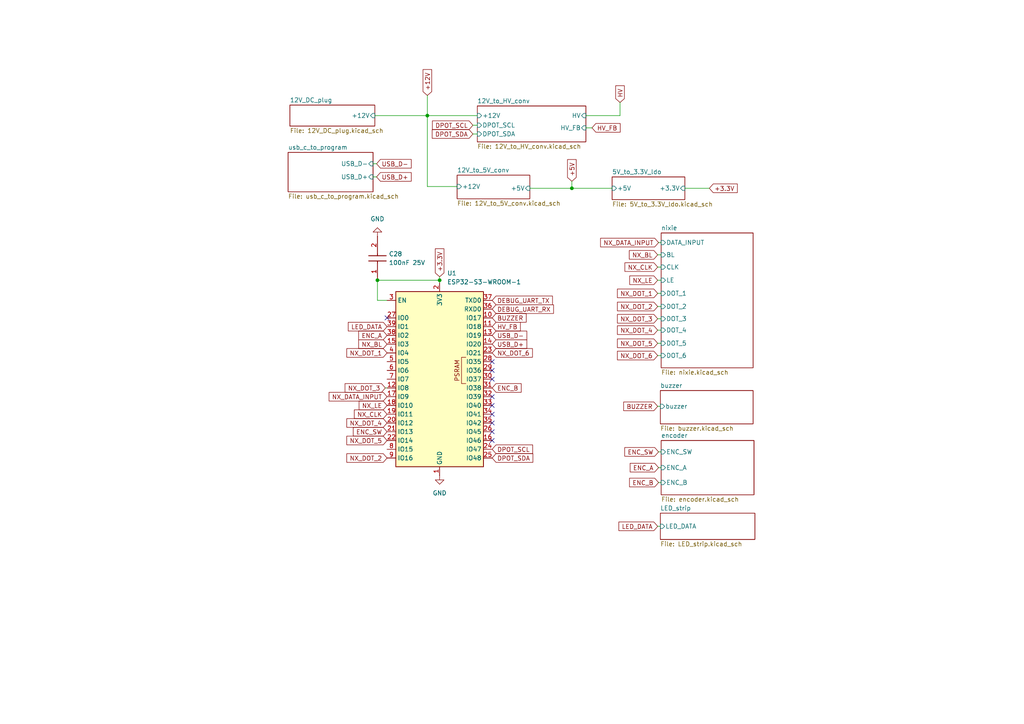
<source format=kicad_sch>
(kicad_sch (version 20231120) (generator "eeschema") (generator_version "8.0")
  (paper "A4")
  (lib_symbols
    (symbol "RF_Module:ESP32-S3-WROOM-1"
      (property "Reference" "U" (at -12.7 26.67 0))
      (property "Value" "ESP32-S3-WROOM-1" (at 12.7 26.67 0))
      (symbol "ESP32-S3-WROOM-1_0_0"
        (rectangle (start -12.7 25.4) (end 12.7 -25.4) (stroke (width 0.254)) (fill (type background)))
        (text "PSRAM" (at 5.08 2.54 900) (effects (font (size 1.27 1.27))))
      )
      (symbol "ESP32-S3-WROOM-1_0_1"
        (polyline (pts (xy 7.62 -1.27) (xy 6.35 -1.27) (xy 6.35 6.35) (xy 7.62 6.35)))
      )
      (symbol "ESP32-S3-WROOM-1_1_1"
        (pin power_in line (at 0 -27.94 90) (length 2.54) (name "GND") (number "1"))
        (pin bidirectional line (at 15.24 17.78 180) (length 2.54) (name "IO17") (number "10"))
        (pin bidirectional line (at 15.24 15.24 180) (length 2.54) (name "IO18") (number "11"))
        (pin bidirectional line (at -15.24 -2.54 0) (length 2.54) (name "IO8") (number "12"))
        (pin bidirectional line (at 15.24 12.7 180) (length 2.54) (name "IO19") (number "13"))
        (pin bidirectional line (at 15.24 10.16 180) (length 2.54) (name "IO20") (number "14"))
        (pin bidirectional line (at -15.24 10.16 0) (length 2.54) (name "IO3") (number "15"))
        (pin bidirectional line (at 15.24 -17.78 180) (length 2.54) (name "IO46") (number "16"))
        (pin bidirectional line (at -15.24 -5.08 0) (length 2.54) (name "IO9") (number "17"))
        (pin bidirectional line (at -15.24 -7.62 0) (length 2.54) (name "IO10") (number "18"))
        (pin bidirectional line (at -15.24 -10.16 0) (length 2.54) (name "IO11") (number "19"))
        (pin power_in line (at 0 27.94 270) (length 2.54) (name "3V3") (number "2"))
        (pin bidirectional line (at -15.24 -12.7 0) (length 2.54) (name "IO12") (number "20"))
        (pin bidirectional line (at -15.24 -15.24 0) (length 2.54) (name "IO13") (number "21"))
        (pin bidirectional line (at -15.24 -17.78 0) (length 2.54) (name "IO14") (number "22"))
        (pin bidirectional line (at 15.24 7.62 180) (length 2.54) (name "IO21") (number "23"))
        (pin bidirectional line (at 15.24 -20.32 180) (length 2.54) (name "IO47") (number "24"))
        (pin bidirectional line (at 15.24 -22.86 180) (length 2.54) (name "IO48") (number "25"))
        (pin bidirectional line (at 15.24 -15.24 180) (length 2.54) (name "IO45") (number "26"))
        (pin bidirectional line (at -15.24 17.78 0) (length 2.54) (name "IO0") (number "27"))
        (pin bidirectional line (at 15.24 5.08 180) (length 2.54) (name "IO35") (number "28"))
        (pin bidirectional line (at 15.24 2.54 180) (length 2.54) (name "IO36") (number "29"))
        (pin input line (at -15.24 22.86 0) (length 2.54) (name "EN") (number "3"))
        (pin bidirectional line (at 15.24 0 180) (length 2.54) (name "IO37") (number "30"))
        (pin bidirectional line (at 15.24 -2.54 180) (length 2.54) (name "IO38") (number "31"))
        (pin bidirectional line (at 15.24 -5.08 180) (length 2.54) (name "IO39") (number "32"))
        (pin bidirectional line (at 15.24 -7.62 180) (length 2.54) (name "IO40") (number "33"))
        (pin bidirectional line (at 15.24 -10.16 180) (length 2.54) (name "IO41") (number "34"))
        (pin bidirectional line (at 15.24 -12.7 180) (length 2.54) (name "IO42") (number "35"))
        (pin bidirectional line (at 15.24 20.32 180) (length 2.54) (name "RXD0") (number "36"))
        (pin bidirectional line (at 15.24 22.86 180) (length 2.54) (name "TXD0") (number "37"))
        (pin bidirectional line (at -15.24 12.7 0) (length 2.54) (name "IO2") (number "38"))
        (pin bidirectional line (at -15.24 15.24 0) (length 2.54) (name "IO1") (number "39"))
        (pin bidirectional line (at -15.24 7.62 0) (length 2.54) (name "IO4") (number "4"))
        (pin passive line (at 0 -27.94 90) (length 2.54) hide (name "GND") (number "40"))
        (pin passive line (at 0 -27.94 90) (length 2.54) hide (name "GND") (number "41"))
        (pin bidirectional line (at -15.24 5.08 0) (length 2.54) (name "IO5") (number "5"))
        (pin bidirectional line (at -15.24 2.54 0) (length 2.54) (name "IO6") (number "6"))
        (pin bidirectional line (at -15.24 0 0) (length 2.54) (name "IO7") (number "7"))
        (pin bidirectional line (at -15.24 -20.32 0) (length 2.54) (name "IO15") (number "8"))
        (pin bidirectional line (at -15.24 -22.86 0) (length 2.54) (name "IO16") (number "9"))
      )
    )
    (symbol "SamacSys_Parts:GRM033R71E101KA01J" (pin_names hide)
      (property "Reference" "C" (at 8.89 6.35 0))
      (property "Value" "GRM033R71E101KA01J" (at 8.89 3.81 0))
      (symbol "GRM033R71E101KA01J_1_1"
        (polyline (pts (xy 5.08 0) (xy 5.588 0)) (stroke (width 0.254)))
        (polyline (pts (xy 5.588 2.54) (xy 5.588 -2.54)) (stroke (width 0.254)))
        (polyline (pts (xy 7.112 0) (xy 7.62 0)) (stroke (width 0.254)))
        (polyline (pts (xy 7.112 2.54) (xy 7.112 -2.54)) (stroke (width 0.254)))
        (pin passive line (at 0 0 0) (length 5.08) (name "1") (number "1"))
        (pin passive line (at 12.7 0 180) (length 5.08) (name "2") (number "2"))
      )
    )
    (symbol "power:GND" (power) (pin_numbers hide) (pin_names (offset 0) hide)
      (property "Value" "GND" (at 0 -3.81 0))
      (symbol "GND_0_1"
        (polyline (pts (xy 0 0) (xy 0 -1.27) (xy 1.27 -1.27) (xy 0 -2.54) (xy -1.27 -1.27) (xy 0 -1.27)))
      )
      (symbol "GND_1_1"
        (pin power_in line (at 0 0 270) (length 0) (name "~") (number "1"))
      )
    )
  )
  (junction (at 123.952 33.528))
  (junction (at 127.508 81.28))
  (junction (at 165.862 54.61))
  (junction (at 109.474 81.28))
  (no_connect (at 142.748 127.762))
  (no_connect (at 142.748 107.442))
  (no_connect (at 142.748 115.062))
  (no_connect (at 142.748 117.602))
  (no_connect (at 142.748 120.142))
  (no_connect (at 142.748 109.982))
  (no_connect (at 142.748 125.222))
  (no_connect (at 112.268 92.202))
  (no_connect (at 142.748 122.682))
  (no_connect (at 142.748 104.902))
  (wire (pts (xy 179.832 29.718) (xy 179.832 33.528)))
  (wire (pts (xy 127.508 81.28) (xy 127.508 82.042)))
  (wire (pts (xy 109.474 87.122) (xy 109.474 81.28)))
  (wire (pts (xy 190.754 85.09) (xy 191.77 85.09)))
  (wire (pts (xy 190.754 88.9) (xy 191.77 88.9)))
  (wire (pts (xy 108.204 47.498) (xy 109.22 47.498)))
  (wire (pts (xy 165.862 52.578) (xy 165.862 54.61)))
  (wire (pts (xy 198.628 54.61) (xy 205.74 54.61)))
  (wire (pts (xy 165.862 54.61) (xy 177.546 54.61)))
  (wire (pts (xy 153.67 54.61) (xy 165.862 54.61)))
  (wire (pts (xy 190.754 95.758) (xy 191.77 95.758)))
  (wire (pts (xy 191.008 135.636) (xy 191.77 135.636)))
  (wire (pts (xy 191.008 131.064) (xy 191.77 131.064)))
  (wire (pts (xy 108.204 51.308) (xy 109.22 51.308)))
  (wire (pts (xy 123.952 54.102) (xy 123.952 33.528)))
  (wire (pts (xy 190.754 73.914) (xy 191.77 73.914)))
  (wire (pts (xy 190.754 99.568) (xy 191.77 99.568)))
  (wire (pts (xy 191.008 139.954) (xy 191.77 139.954)))
  (wire (pts (xy 191.008 70.358) (xy 191.77 70.358)))
  (wire (pts (xy 190.754 117.856) (xy 191.516 117.856)))
  (wire (pts (xy 190.754 103.124) (xy 191.77 103.124)))
  (wire (pts (xy 169.926 37.084) (xy 171.704 37.084)))
  (wire (pts (xy 127.508 80.264) (xy 127.508 81.28)))
  (wire (pts (xy 109.474 81.28) (xy 127.508 81.28)))
  (wire (pts (xy 190.754 77.47) (xy 191.77 77.47)))
  (wire (pts (xy 132.588 54.102) (xy 123.952 54.102)))
  (wire (pts (xy 137.16 36.322) (xy 138.43 36.322)))
  (wire (pts (xy 190.754 81.28) (xy 191.77 81.28)))
  (wire (pts (xy 169.926 33.528) (xy 179.832 33.528)))
  (wire (pts (xy 112.268 87.122) (xy 109.474 87.122)))
  (wire (pts (xy 190.754 152.654) (xy 191.516 152.654)))
  (wire (pts (xy 123.952 33.528) (xy 138.43 33.528)))
  (wire (pts (xy 123.952 27.686) (xy 123.952 33.528)))
  (wire (pts (xy 190.754 92.456) (xy 191.77 92.456)))
  (wire (pts (xy 111.76 112.522) (xy 112.268 112.522)))
  (wire (pts (xy 108.712 33.528) (xy 123.952 33.528)))
  (wire (pts (xy 137.16 38.862) (xy 138.43 38.862)))
  (global_label "+3.3V" (shape input) (at 127.508 80.264 90) (property "Intersheetrefs" "${INTERSHEET_REFS}" (effects (hide yes))))
  (global_label "NX_LE" (shape input) (at 112.268 117.602 180) (property "Intersheetrefs" "${INTERSHEET_REFS}" (effects (hide yes))))
  (global_label "ENC_SW" (shape input) (at 191.008 131.064 180) (property "Intersheetrefs" "${INTERSHEET_REFS}" (effects (hide yes))))
  (global_label "NX_DATA_INPUT" (shape input) (at 112.268 115.062 180) (property "Intersheetrefs" "${INTERSHEET_REFS}" (effects (hide yes))))
  (global_label "USB_D-" (shape input) (at 109.22 47.498 0) (property "Intersheetrefs" "${INTERSHEET_REFS}" (effects (hide yes))))
  (global_label "NX_DOT_3" (shape input) (at 190.754 92.456 180) (property "Intersheetrefs" "${INTERSHEET_REFS}" (effects (hide yes))))
  (global_label "NX_DOT_5" (shape input) (at 190.754 99.568 180) (property "Intersheetrefs" "${INTERSHEET_REFS}" (effects (hide yes))))
  (global_label "ENC_SW" (shape input) (at 112.268 125.222 180) (property "Intersheetrefs" "${INTERSHEET_REFS}" (effects (hide yes))))
  (global_label "ENC_B" (shape input) (at 191.008 139.954 180) (property "Intersheetrefs" "${INTERSHEET_REFS}" (effects (hide yes))))
  (global_label "HV_FB" (shape input) (at 142.748 94.742 0) (property "Intersheetrefs" "${INTERSHEET_REFS}" (effects (hide yes))))
  (global_label "NX_DOT_1" (shape input) (at 190.754 85.09 180) (property "Intersheetrefs" "${INTERSHEET_REFS}" (effects (hide yes))))
  (global_label "LED_DATA" (shape input) (at 112.268 94.742 180) (property "Intersheetrefs" "${INTERSHEET_REFS}" (effects (hide yes))))
  (global_label "NX_BL" (shape input) (at 190.754 73.914 180) (property "Intersheetrefs" "${INTERSHEET_REFS}" (effects (hide yes))))
  (global_label "NX_CLK" (shape input) (at 112.268 120.142 180) (property "Intersheetrefs" "${INTERSHEET_REFS}" (effects (hide yes))))
  (global_label "HV_FB" (shape input) (at 171.704 37.084 0) (property "Intersheetrefs" "${INTERSHEET_REFS}" (effects (hide yes))))
  (global_label "ENC_B" (shape input) (at 142.748 112.522 0) (property "Intersheetrefs" "${INTERSHEET_REFS}" (effects (hide yes))))
  (global_label "NX_DOT_6" (shape input) (at 190.754 103.124 180) (property "Intersheetrefs" "${INTERSHEET_REFS}" (effects (hide yes))))
  (global_label "NX_DOT_5" (shape input) (at 112.268 127.762 180) (property "Intersheetrefs" "${INTERSHEET_REFS}" (effects (hide yes))))
  (global_label "USB_D+" (shape input) (at 109.22 51.308 0) (property "Intersheetrefs" "${INTERSHEET_REFS}" (effects (hide yes))))
  (global_label "BUZZER" (shape input) (at 142.748 92.202 0) (property "Intersheetrefs" "${INTERSHEET_REFS}" (effects (hide yes))))
  (global_label "DPOT_SDA" (shape input) (at 142.748 132.842 0) (property "Intersheetrefs" "${INTERSHEET_REFS}" (effects (hide yes))))
  (global_label "BUZZER" (shape input) (at 190.754 117.856 180) (property "Intersheetrefs" "${INTERSHEET_REFS}" (effects (hide yes))))
  (global_label "NX_DATA_INPUT" (shape input) (at 191.008 70.358 180) (property "Intersheetrefs" "${INTERSHEET_REFS}" (effects (hide yes))))
  (global_label "USB_D+" (shape input) (at 142.748 99.822 0) (property "Intersheetrefs" "${INTERSHEET_REFS}" (effects (hide yes))))
  (global_label "HV" (shape input) (at 179.832 29.718 90) (property "Intersheetrefs" "${INTERSHEET_REFS}" (effects (hide yes))))
  (global_label "NX_DOT_4" (shape input) (at 190.754 95.758 180) (property "Intersheetrefs" "${INTERSHEET_REFS}" (effects (hide yes))))
  (global_label "NX_BL" (shape input) (at 112.268 99.822 180) (property "Intersheetrefs" "${INTERSHEET_REFS}" (effects (hide yes))))
  (global_label "ENC_A" (shape input) (at 191.008 135.636 180) (property "Intersheetrefs" "${INTERSHEET_REFS}" (effects (hide yes))))
  (global_label "NX_DOT_3" (shape input) (at 111.76 112.522 180) (property "Intersheetrefs" "${INTERSHEET_REFS}" (effects (hide yes))))
  (global_label "NX_CLK" (shape input) (at 190.754 77.47 180) (property "Intersheetrefs" "${INTERSHEET_REFS}" (effects (hide yes))))
  (global_label "NX_DOT_2" (shape input) (at 190.754 88.9 180) (property "Intersheetrefs" "${INTERSHEET_REFS}" (effects (hide yes))))
  (global_label "NX_DOT_1" (shape input) (at 112.268 102.362 180) (property "Intersheetrefs" "${INTERSHEET_REFS}" (effects (hide yes))))
  (global_label "+12V" (shape input) (at 123.952 27.686 90) (property "Intersheetrefs" "${INTERSHEET_REFS}" (effects (hide yes))))
  (global_label "NX_LE" (shape input) (at 190.754 81.28 180) (property "Intersheetrefs" "${INTERSHEET_REFS}" (effects (hide yes))))
  (global_label "DEBUG_UART_TX" (shape input) (at 142.748 87.122 0) (property "Intersheetrefs" "${INTERSHEET_REFS}" (effects (hide yes))))
  (global_label "NX_DOT_6" (shape input) (at 142.748 102.362 0) (property "Intersheetrefs" "${INTERSHEET_REFS}" (effects (hide yes))))
  (global_label "+3.3V" (shape input) (at 205.74 54.61 0) (property "Intersheetrefs" "${INTERSHEET_REFS}" (effects (hide yes))))
  (global_label "DPOT_SDA" (shape input) (at 137.16 38.862 180) (property "Intersheetrefs" "${INTERSHEET_REFS}" (effects (hide yes))))
  (global_label "LED_DATA" (shape input) (at 190.754 152.654 180) (property "Intersheetrefs" "${INTERSHEET_REFS}" (effects (hide yes))))
  (global_label "+5V" (shape input) (at 165.862 52.578 90) (property "Intersheetrefs" "${INTERSHEET_REFS}" (effects (hide yes))))
  (global_label "ENC_A" (shape input) (at 112.268 97.282 180) (property "Intersheetrefs" "${INTERSHEET_REFS}" (effects (hide yes))))
  (global_label "NX_DOT_2" (shape input) (at 112.268 132.842 180) (property "Intersheetrefs" "${INTERSHEET_REFS}" (effects (hide yes))))
  (global_label "DPOT_SCL" (shape input) (at 137.16 36.322 180) (property "Intersheetrefs" "${INTERSHEET_REFS}" (effects (hide yes))))
  (global_label "DEBUG_UART_RX" (shape input) (at 142.748 89.662 0) (property "Intersheetrefs" "${INTERSHEET_REFS}" (effects (hide yes))))
  (global_label "USB_D-" (shape input) (at 142.748 97.282 0) (property "Intersheetrefs" "${INTERSHEET_REFS}" (effects (hide yes))))
  (global_label "NX_DOT_4" (shape input) (at 112.268 122.682 180) (property "Intersheetrefs" "${INTERSHEET_REFS}" (effects (hide yes))))
  (global_label "DPOT_SCL" (shape input) (at 142.748 130.302 0) (property "Intersheetrefs" "${INTERSHEET_REFS}" (effects (hide yes))))
  (symbol (lib_id "RF_Module:ESP32-S3-WROOM-1") (at 127.508 109.982 0) (unit 1)
    (property "Reference" "U1" (at 129.7021 79.248 0) (effects (justify left)))
    (property "Value" "ESP32-S3-WROOM-1" (at 129.7021 81.788 0) (effects (justify left)))
    (property "Footprint" "RF_Module:ESP32-S3-WROOM-1" (effects (hide yes)))
    (property "Datasheet" "https://www.espressif.com/sites/default/files/documentation/esp32-s3-wroom-1_wroom-1u_datasheet_en.pdf" (effects (hide yes)))
    (property "Description" "RF Module, ESP32-S3 SoC, Wi-Fi 802.11b/g/n, Bluetooth, BLE, 32-bit, 3.3V, onboard antenna, SMD" (effects (hide yes)))
  )
  (symbol (lib_id "SamacSys_Parts:GRM033R71E101KA01J") (at 109.474 81.28 90) (unit 1)
    (property "Reference" "C28" (at 112.776 73.6599 90) (effects (justify right)))
    (property "Value" "100nF 25V" (at 112.776 76.1999 90) (effects (justify right)))
    (property "Footprint" "Capacitor_SMD:C_0805_2012Metric_Pad1.18x1.45mm_HandSolder" (effects (hide yes)))
    (property "Datasheet" "https://search.murata.co.jp/Ceramy/image/img/A01X/G101/ENG/GRM033R71E101KA01-01A.pdf" (effects (hide yes)))
    (property "Description" "Multilayer Ceramic Capacitors MLCC - SMD/SMT 100pF 25 volts 10%" (effects (hide yes)))
    (property "Height" "0.5" (effects (hide yes)))
    (property "Mouser Part Number" "81-GRM033R71E101KA1J" (effects (hide yes)))
    (property "Mouser Price/Stock" "https://www.mouser.co.uk/ProductDetail/Murata-Electronics/GRM033R71E101KA01J?qs=563MOeNa05Lmru4oTW10Jw%3D%3D" (effects (hide yes)))
    (property "Manufacturer_Name" "Murata Electronics" (effects (hide yes)))
    (property "Manufacturer_Part_Number" "GRM033R71E101KA01J" (effects (hide yes)))
  )
  (symbol (lib_id "power:GND") (at 127.508 137.922 0) (unit 1)
    (property "Reference" "#PWR044" (effects (hide yes)))
    (property "Value" "GND" (at 127.508 143.002 0))
    (property "Description" "Power symbol creates a global label with name \"GND\" , ground" (effects (hide yes)))
  )
  (symbol (lib_id "power:GND") (at 109.474 68.58 180) (unit 1)
    (property "Reference" "#PWR056" (effects (hide yes)))
    (property "Value" "GND" (at 109.474 63.5 0))
    (property "Description" "Power symbol creates a global label with name \"GND\" , ground" (effects (hide yes)))
  )
  (sheet (at 138.43 30.734) (size 31.496 10.414) (stroke (width 0.1524))
    (property "Sheetname" "12V_to_HV_conv" (at 138.43 30.0224 0) (effects (justify left bottom)))
    (property "Sheetfile" "12V_to_HV_conv.kicad_sch" (at 138.43 41.7326 0) (effects (justify left top)))
    (pin "+12V" input (at 138.43 33.528 180))
    (pin "HV" input (at 169.926 33.528 0))
    (pin "HV_FB" input (at 169.926 37.084 0))
    (pin "DPOT_SCL" input (at 138.43 36.322 180))
    (pin "DPOT_SDA" input (at 138.43 38.862 180))
  )
  (sheet (at 191.77 67.564) (size 26.67 39.116) (stroke (width 0.1524))
    (property "Sheetname" "nixie" (at 191.77 66.8524 0) (effects (justify left bottom)))
    (property "Sheetfile" "nixie.kicad_sch" (at 191.77 107.2646 0) (effects (justify left top)))
    (pin "DATA_INPUT" input (at 191.77 70.358 180))
    (pin "BL" input (at 191.77 73.914 180))
    (pin "CLK" input (at 191.77 77.47 180))
    (pin "LE" input (at 191.77 81.28 180))
    (pin "DOT_1" input (at 191.77 85.09 180))
    (pin "DOT_2" input (at 191.77 88.9 180))
    (pin "DOT_3" input (at 191.77 92.456 180))
    (pin "DOT_5" input (at 191.77 99.568 180))
    (pin "DOT_6" input (at 191.77 103.124 180))
    (pin "DOT_4" input (at 191.77 95.758 180))
  )
  (sheet (at 132.588 50.8) (size 21.082 6.858) (stroke (width 0.1524))
    (property "Sheetname" "12V_to_5V_conv" (at 132.588 50.0884 0) (effects (justify left bottom)))
    (property "Sheetfile" "12V_to_5V_conv.kicad_sch" (at 132.588 58.2426 0) (effects (justify left top)))
    (pin "+12V" input (at 132.588 54.102 180))
    (pin "+5V" input (at 153.67 54.61 0))
  )
  (sheet (at 191.516 113.284) (size 26.924 9.652) (stroke (width 0.1524))
    (property "Sheetname" "buzzer" (at 191.516 112.5724 0) (effects (justify left bottom)))
    (property "Sheetfile" "buzzer.kicad_sch" (at 191.516 123.5206 0) (effects (justify left top)))
    (pin "buzzer" input (at 191.516 117.856 180))
  )
  (sheet (at 84.074 30.48) (size 24.638 6.096) (stroke (width 0.1524))
    (property "Sheetname" "12V_DC_plug" (at 84.074 29.7684 0) (effects (justify left bottom)))
    (property "Sheetfile" "12V_DC_plug.kicad_sch" (at 84.074 37.1606 0) (effects (justify left top)))
    (pin "+12V" input (at 108.712 33.528 0))
  )
  (sheet (at 177.546 51.308) (size 21.082 6.604) (stroke (width 0.1524))
    (property "Sheetname" "5V_to_3.3V_ldo" (at 177.546 50.5964 0) (effects (justify left bottom)))
    (property "Sheetfile" "5V_to_3.3V_ldo.kicad_sch" (at 177.546 58.4966 0) (effects (justify left top)))
    (pin "+3.3V" input (at 198.628 54.61 0))
    (pin "+5V" input (at 177.546 54.61 180))
  )
  (sheet (at 191.77 127.762) (size 26.924 15.748) (stroke (width 0.1524))
    (property "Sheetname" "encoder" (at 191.77 127.0504 0) (effects (justify left bottom)))
    (property "Sheetfile" "encoder.kicad_sch" (at 191.77 144.0946 0) (effects (justify left top)))
    (pin "ENC_SW" input (at 191.77 131.064 180))
    (pin "ENC_A" input (at 191.77 135.636 180))
    (pin "ENC_B" input (at 191.77 139.954 180))
  )
  (sheet (at 191.516 148.844) (size 27.432 7.62) (stroke (width 0.1524))
    (property "Sheetname" "LED_strip" (at 191.516 148.1324 0) (effects (justify left bottom)))
    (property "Sheetfile" "LED_strip.kicad_sch" (at 191.516 157.0486 0) (effects (justify left top)))
    (pin "LED_DATA" input (at 191.516 152.654 180))
  )
  (sheet (at 83.566 44.196) (size 24.638 11.43) (stroke (width 0.1524))
    (property "Sheetname" "usb_c_to_program" (at 83.566 43.4844 0) (effects (justify left bottom)))
    (property "Sheetfile" "usb_c_to_program.kicad_sch" (at 83.566 56.2106 0) (effects (justify left top)))
    (pin "USB_D-" input (at 108.204 47.498 0))
    (pin "USB_D+" input (at 108.204 51.308 0))
  )
)
</source>
